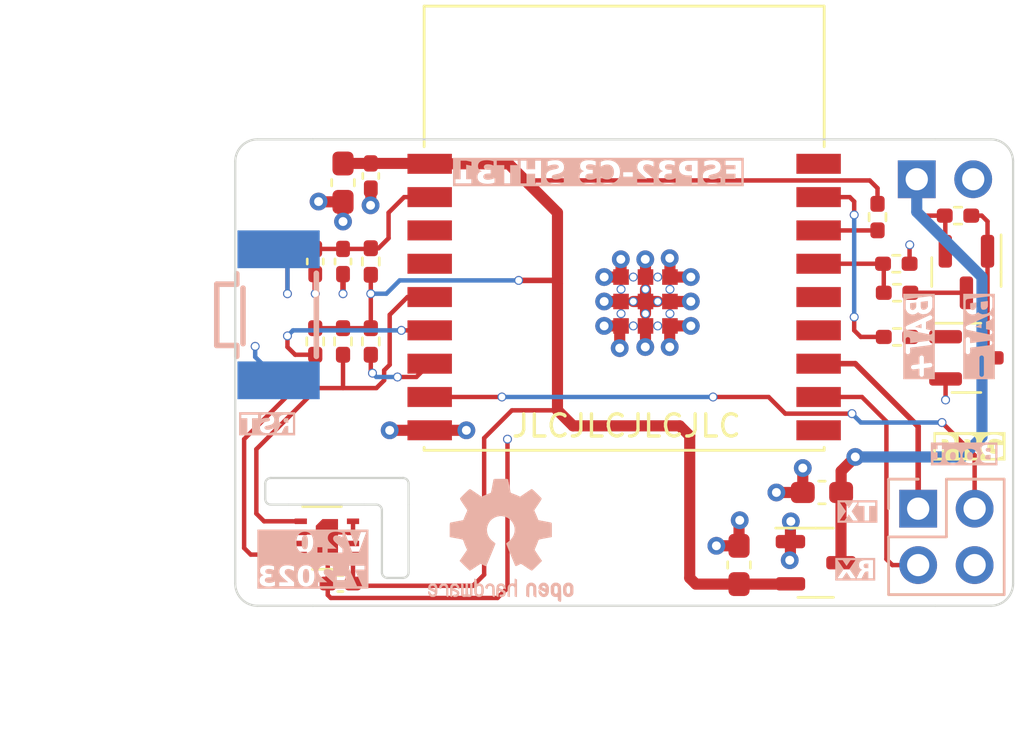
<source format=kicad_pcb>
(kicad_pcb (version 20221018) (generator pcbnew)
  (layers (0 "F.Cu" signal) (1 "In1.Cu" power) (2 "In2.Cu" power) (31 "B.Cu" signal) (34 "B.Paste" user) (35 "F.Paste" user) (36 "B.SilkS" user "B.Silkscreen") (37 "F.SilkS" user "F.Silkscreen") (38 "B.Mask" user) (39 "F.Mask" user) (44 "Edge.Cuts" user))
  (net 0 "")
  (net 1 "+BATT")
  (net 2 "GND")
  (net 3 "/IO2")
  (net 4 "/ESP32_EN")
  (net 5 "+3.3V")
  (net 6 "/IO8")
  (net 7 "/ESP32_TX")
  (net 8 "/ESP32_RX")
  (net 10 "/ADC")
  (net 13 "/BOOT")
  (net 14 "/I2C_SDA")
  (net 16 "/I2C_SCL")
  (net 21 "Net-(Q1-G)")
  (net 22 "Net-(Q1-D)")
  (net 23 "Net-(Q2-B)")
  (net 24 "/ADC_EN")
  (footprint "Resistor_SMD:R_0402_1005Metric_Pad0.72x0.64mm_HandSolder" (layer "F.Cu") (at 146.4 103.5 -90)
    (fp_text reference "R6" hide)
    (fp_text value "10k" hide)
    (pad "1" smd roundrect (at -0.5975 0 270) (size 0.715 0.64) (layers "F.Cu" "F.Paste" "F.Mask") (net 5 "+3.3V"))
    (pad "2" smd roundrect (at 0.5975 0 270) (size 0.715 0.64) (layers "F.Cu" "F.Paste" "F.Mask") (net 3 "/IO2"))
  )
  (footprint "Capacitor_SMD:C_0603_1608Metric_Pad1.08x0.95mm_HandSolder" (layer "F.Cu") (at 143.9 115.9 180)
    (fp_text reference "C8" hide)
    (fp_text value "10 uF" hide)
    (pad "1" smd roundrect (at -0.8625 0 180) (size 1.075 0.95) (layers "F.Cu" "F.Paste" "F.Mask") (net 1 "+BATT"))
    (pad "2" smd roundrect (at 0.8625 0 180) (size 1.075 0.95) (layers "F.Cu" "F.Paste" "F.Mask") (net 2 "GND"))
  )
  (footprint "Resistor_SMD:R_0402_1005Metric_Pad0.72x0.64mm_HandSolder" (layer "F.Cu") (at 147.279216 108.894794)
    (fp_text reference "R9" hide)
    (fp_text value "10k" hide)
    (pad "1" smd roundrect (at -0.5975 0) (size 0.715 0.64) (layers "F.Cu" "F.Paste" "F.Mask") (net 24 "/ADC_EN"))
    (pad "2" smd roundrect (at 0.5975 0) (size 0.715 0.64) (layers "F.Cu" "F.Paste" "F.Mask") (net 23 "Net-(Q2-B)"))
  )
  (footprint "Capacitor_SMD:C_0402_1005Metric_Pad0.74x0.62mm_HandSolder" (layer "F.Cu") (at 123.6 101.65 90)
    (fp_text reference "C3" hide)
    (fp_text value "0.1 uF" hide)
    (pad "1" smd roundrect (at -0.5675 0 90) (size 0.735 0.62) (layers "F.Cu" "F.Paste" "F.Mask") (net 2 "GND"))
    (pad "2" smd roundrect (at 0.5675 0 90) (size 0.735 0.62) (layers "F.Cu" "F.Paste" "F.Mask") (net 5 "+3.3V"))
  )
  (footprint "Capacitor_SMD:C_0402_1005Metric_Pad0.74x0.62mm_HandSolder" (layer "F.Cu") (at 122.23089 120.000053)
    (fp_text reference "C7" hide)
    (fp_text value "0.1 uF" hide)
    (pad "1" smd roundrect (at -0.5675 0) (size 0.735 0.62) (layers "F.Cu" "F.Paste" "F.Mask") (net 2 "GND"))
    (pad "2" smd roundrect (at 0.5675 0) (size 0.735 0.62) (layers "F.Cu" "F.Paste" "F.Mask") (net 5 "+3.3V"))
  )
  (footprint "Package_TO_SOT_SMD:SOT-23-3" (layer "F.Cu") (at 143.61875 119.0625)
    (fp_text reference "U3" hide)
    (fp_text value "MD5233" hide)
    (pad "1" smd roundrect (at -1.1375 -0.95) (size 1.325 0.6) (layers "F.Cu" "F.Paste" "F.Mask") (net 2 "GND"))
    (pad "2" smd roundrect (at -1.1375 0.95) (size 1.325 0.6) (layers "F.Cu" "F.Paste" "F.Mask") (net 5 "+3.3V"))
    (pad "3" smd roundrect (at 1.1375 0) (size 1.325 0.6) (layers "F.Cu" "F.Paste" "F.Mask") (net 1 "+BATT"))
  )
  (footprint "Resistor_SMD:R_0402_1005Metric_Pad0.72x0.64mm_HandSolder" (layer "F.Cu") (at 123.6 109.1 -90)
    (fp_text reference "R7" hide)
    (fp_text value "10k" hide)
    (pad "1" smd roundrect (at -0.5975 0 270) (size 0.715 0.64) (layers "F.Cu" "F.Paste" "F.Mask") (net 5 "+3.3V"))
    (pad "2" smd roundrect (at 0.5975 0 270) (size 0.715 0.64) (layers "F.Cu" "F.Paste" "F.Mask") (net 6 "/IO8"))
  )
  (footprint "Resistor_SMD:R_0402_1005Metric_Pad0.72x0.64mm_HandSolder" (layer "F.Cu") (at 122.35 109.1 -90)
    (fp_text reference "R4" hide)
    (fp_text value "2k2" hide)
    (pad "1" smd roundrect (at -0.5975 0 270) (size 0.715 0.64) (layers "F.Cu" "F.Paste" "F.Mask") (net 5 "+3.3V"))
    (pad "2" smd roundrect (at 0.5975 0 270) (size 0.715 0.64) (layers "F.Cu" "F.Paste" "F.Mask") (net 14 "/I2C_SDA"))
  )
  (footprint "Capacitor_SMD:C_0402_1005Metric_Pad0.74x0.62mm_HandSolder" (layer "F.Cu") (at 121.1 105.5 -90)
    (fp_text reference "C2" hide)
    (fp_text value "0.1 uF" hide)
    (pad "1" smd roundrect (at -0.5675 0 270) (size 0.735 0.62) (layers "F.Cu" "F.Paste" "F.Mask") (net 4 "/ESP32_EN"))
    (pad "2" smd roundrect (at 0.5675 0 270) (size 0.735 0.62) (layers "F.Cu" "F.Paste" "F.Mask") (net 2 "GND"))
  )
  (footprint "MountingHole:MountingHole_2.2mm_M2" (layer "F.Cu") (at 134.978886 117.543367)
    (fp_text reference "REF**" hide)
    (fp_text value "MountingHole_2.2mm_M2" hide)
    (pad "" np_thru_hole circle (at 0 0) (size 2.2 2.2) (drill 2.2) (layers "*.Cu" "*.Mask"))
  )
  (footprint "Sensor_Humidity:Sensirion_DFN-8-1EP_2.5x2.5mm_P0.5mm_EP1.1x1.7mm" (layer "F.Cu") (at 121.625 117.946446)
    (fp_text reference "U2" hide)
    (fp_text value "SHT31-DIS-B2.5kS" hide)
    (pad "1" smd rect (at -1.175 -0.75) (size 0.55 0.25) (layers "F.Cu" "F.Paste" "F.Mask") (net 14 "/I2C_SDA"))
    (pad "2" smd rect (at -1.175 -0.25) (size 0.55 0.25) (layers "F.Cu" "F.Paste" "F.Mask") (net 2 "GND"))
    (pad "3" smd rect (at -1.175 0.25) (size 0.55 0.25) (layers "F.Cu" "F.Paste" "F.Mask"))
    (pad "4" smd rect (at -1.175 0.75 180) (size 0.55 0.25) (layers "F.Cu" "F.Paste" "F.Mask") (net 16 "/I2C_SCL"))
    (pad "5" smd rect (at 1.175 0.75) (size 0.55 0.25) (layers "F.Cu" "F.Paste" "F.Mask") (net 5 "+3.3V"))
    (pad "6" smd rect (at 1.175 0.25) (size 0.55 0.25) (layers "F.Cu" "F.Paste" "F.Mask"))
    (pad "7" smd rect (at 1.175 -0.25) (size 0.55 0.25) (layers "F.Cu" "F.Paste" "F.Mask") (net 2 "GND"))
    (pad "8" smd rect (at 1.175 -0.75) (size 0.55 0.25) (layers "F.Cu" "F.Paste" "F.Mask") (net 2 "GND"))
    (pad "9" smd custom (at 0 0) (size 1 1) (layers "F.Cu" "F.Mask") (net 2 "GND") (options (clearance outline) (anchor circle)) (primitives (gr_poly (pts (xy 0.5 0.85) (xy -0.5 0.85) (xy -0.5 -0.55) (xy -0.2 -0.85) (xy 0.5 -0.85)) (width 0) (fill yes))))
  )
  (footprint "Resistor_SMD:R_0402_1005Metric_Pad0.72x0.64mm_HandSolder" (layer "F.Cu") (at 147.279216 106.906667 180)
    (fp_text reference "R2" hide)
    (fp_text value "220k" hide)
    (pad "1" smd roundrect (at -0.5975 0 180) (size 0.715 0.64) (layers "F.Cu" "F.Paste" "F.Mask") (net 22 "Net-(Q1-D)"))
    (pad "2" smd roundrect (at 0.5975 0 180) (size 0.715 0.64) (layers "F.Cu" "F.Paste" "F.Mask") (net 10 "/ADC"))
  )
  (footprint "Resistor_SMD:R_0402_1005Metric_Pad0.72x0.64mm_HandSolder" (layer "F.Cu") (at 147.245087 105.6 180)
    (fp_text reference "R3" hide)
    (fp_text value "220k" hide)
    (pad "1" smd roundrect (at -0.5975 0 180) (size 0.715 0.64) (layers "F.Cu" "F.Paste" "F.Mask") (net 2 "GND"))
    (pad "2" smd roundrect (at 0.5975 0 180) (size 0.715 0.64) (layers "F.Cu" "F.Paste" "F.Mask") (net 10 "/ADC"))
  )
  (footprint "Capacitor_SMD:C_0603_1608Metric_Pad1.08x0.95mm_HandSolder" (layer "F.Cu") (at 122.35 101.95 -90)
    (fp_text reference "C4" hide)
    (fp_text value "10 uF" hide)
    (pad "1" smd roundrect (at -0.8625 0 270) (size 1.075 0.95) (layers "F.Cu" "F.Paste" "F.Mask") (net 5 "+3.3V"))
    (pad "2" smd roundrect (at 0.8625 0 270) (size 1.075 0.95) (layers "F.Cu" "F.Paste" "F.Mask") (net 2 "GND"))
  )
  (footprint "Resistor_SMD:R_0402_1005Metric_Pad0.72x0.64mm_HandSolder" (layer "F.Cu") (at 123.6 105.5 90)
    (fp_text reference "R1" hide)
    (fp_text value "10k" hide)
    (pad "1" smd roundrect (at -0.5975 0 90) (size 0.715 0.64) (layers "F.Cu" "F.Paste" "F.Mask") (net 5 "+3.3V"))
    (pad "2" smd roundrect (at 0.5975 0 90) (size 0.715 0.64) (layers "F.Cu" "F.Paste" "F.Mask") (net 4 "/ESP32_EN"))
  )
  (footprint "Connector_PinHeader_2.54mm:PinHeader_2x02_P2.54mm_Vertical" (layer "F.Cu") (at 148.229798 116.629299)
    (fp_text reference "J2" hide)
    (fp_text value "Pogo Pins" hide)
    (pad "1" thru_hole rect (at 0 0) (size 1.7 1.7) (drill 1) (layers "*.Cu" "*.Mask") (net 7 "/ESP32_TX"))
    (pad "2" thru_hole oval (at 2.54 0) (size 1.7 1.7) (drill 1) (layers "*.Cu" "*.Mask") (net 13 "/BOOT"))
    (pad "3" thru_hole oval (at 0 2.54) (size 1.7 1.7) (drill 1) (layers "*.Cu" "*.Mask") (net 8 "/ESP32_RX"))
    (pad "4" thru_hole oval (at 2.54 2.54) (size 1.7 1.7) (drill 1) (layers "*.Cu" "*.Mask") (net 2 "GND"))
  )
  (footprint "Capacitor_SMD:C_0402_1005Metric_Pad0.74x0.62mm_HandSolder" (layer "F.Cu") (at 122.35 105.5 90)
    (fp_text reference "C5" hide)
    (fp_text value "10 uF" hide)
    (pad "1" smd roundrect (at -0.5675 0 90) (size 0.735 0.62) (layers "F.Cu" "F.Paste" "F.Mask") (net 2 "GND"))
    (pad "2" smd roundrect (at 0.5675 0 90) (size 0.735 0.62) (layers "F.Cu" "F.Paste" "F.Mask") (net 4 "/ESP32_EN"))
  )
  (footprint "Package_TO_SOT_SMD:SOT-23" (layer "F.Cu") (at 150.4 109.8375)
    (fp_text reference "Q2" hide)
    (fp_text value "S8050" hide)
    (pad "1" smd roundrect (at -0.9375 -0.95) (size 1.475 0.6) (layers "F.Cu" "F.Paste" "F.Mask") (net 23 "Net-(Q2-B)"))
    (pad "2" smd roundrect (at -0.9375 0.95) (size 1.475 0.6) (layers "F.Cu" "F.Paste" "F.Mask") (net 2 "GND"))
    (pad "3" smd roundrect (at 0.9375 0) (size 1.475 0.6) (layers "F.Cu" "F.Paste" "F.Mask") (net 21 "Net-(Q1-G)"))
  )
  (footprint "ESP32-C3 WROOM-02:MODULE_ESP32-C3-WROOM-02-H4" (layer "F.Cu") (at 135 104)
    (fp_text reference "U1" hide)
    (fp_text value "ESP32-C3-WROOM-02-N4" hide)
    (pad "1" smd rect (at -8.75 -2.9) (size 2 0.9) (layers "F.Cu" "F.Paste" "F.Mask") (net 5 "+3.3V"))
    (pad "2" smd rect (at -8.75 -1.4) (size 2 0.9) (layers "F.Cu" "F.Paste" "F.Mask") (net 4 "/ESP32_EN"))
    (pad "3" smd rect (at -8.75 0.1) (size 2 0.9) (layers "F.Cu" "F.Paste" "F.Mask"))
    (pad "4" smd rect (at -8.75 1.6) (size 2 0.9) (layers "F.Cu" "F.Paste" "F.Mask"))
    (pad "5" smd rect (at -8.75 3.1) (size 2 0.9) (layers "F.Cu" "F.Paste" "F.Mask") (net 14 "/I2C_SDA"))
    (pad "6" smd rect (at -8.75 4.6) (size 2 0.9) (layers "F.Cu" "F.Paste" "F.Mask") (net 16 "/I2C_SCL"))
    (pad "7" smd rect (at -8.75 6.1) (size 2 0.9) (layers "F.Cu" "F.Paste" "F.Mask") (net 6 "/IO8"))
    (pad "8" smd rect (at -8.75 7.6) (size 2 0.9) (layers "F.Cu" "F.Paste" "F.Mask") (net 13 "/BOOT"))
    (pad "9" smd rect (at -8.75 9.1) (size 2 0.9) (layers "F.Cu" "F.Paste" "F.Mask") (net 2 "GND"))
    (pad "10" smd rect (at 8.75 9.1) (size 2 0.9) (layers "F.Cu" "F.Paste" "F.Mask"))
    (pad "11" smd rect (at 8.75 7.6) (size 2 0.9) (layers "F.Cu" "F.Paste" "F.Mask") (net 8 "/ESP32_RX"))
    (pad "12" smd rect (at 8.75 6.1) (size 2 0.9) (layers "F.Cu" "F.Paste" "F.Mask") (net 7 "/ESP32_TX"))
    (pad "13" smd rect (at 8.75 4.6) (size 2 0.9) (layers "F.Cu" "F.Paste" "F.Mask"))
    (pad "14" smd rect (at 8.75 3.1) (size 2 0.9) (layers "F.Cu" "F.Paste" "F.Mask"))
    (pad "15" smd rect (at 8.75 1.6) (size 2 0.9) (layers "F.Cu" "F.Paste" "F.Mask") (net 10 "/ADC"))
    (pad "16" smd rect (at 8.75 0.1) (size 2 0.9) (layers "F.Cu" "F.Paste" "F.Mask") (net 3 "/IO2"))
    (pad "17" smd rect (at 8.75 -1.4) (size 2 0.9) (layers "F.Cu" "F.Paste" "F.Mask") (net 24 "/ADC_EN"))
    (pad "18" smd rect (at 8.75 -2.9) (size 2 0.9) (layers "F.Cu" "F.Paste" "F.Mask"))
    (pad "19" smd rect (at -0.14 2.2) (size 0.7 0.7) (layers "F.Cu" "F.Paste" "F.Mask") (net 2 "GND"))
    (pad "20" smd rect (at 0.96 2.2) (size 0.7 0.7) (layers "F.Cu" "F.Paste" "F.Mask") (net 2 "GND"))
    (pad "21" smd rect (at 2.06 2.2) (size 0.7 0.7) (layers "F.Cu" "F.Paste" "F.Mask") (net 2 "GND"))
    (pad "22" smd rect (at -0.14 3.3) (size 0.7 0.7) (layers "F.Cu" "F.Paste" "F.Mask") (net 2 "GND"))
    (pad "23" smd rect (at 0.96 3.3) (size 0.7 0.7) (layers "F.Cu" "F.Paste" "F.Mask") (net 2 "GND"))
    (pad "24" smd rect (at 2.06 3.3) (size 0.7 0.7) (layers "F.Cu" "F.Paste" "F.Mask") (net 2 "GND"))
    (pad "25" smd rect (at -0.14 4.4) (size 0.7 0.7) (layers "F.Cu" "F.Paste" "F.Mask") (net 2 "GND"))
    (pad "26" smd rect (at 0.96 4.4) (size 0.7 0.7) (layers "F.Cu" "F.Paste" "F.Mask") (net 2 "GND"))
    (pad "27" smd rect (at 2.06 4.4) (size 0.7 0.7) (layers "F.Cu" "F.Paste" "F.Mask") (net 2 "GND"))
    (pad "28" thru_hole circle (at 0.41 2.2) (size 0.4 0.4) (drill 0.3) (layers "*.Cu") (net 2 "GND"))
    (pad "29" thru_hole circle (at 1.51 2.2) (size 0.4 0.4) (drill 0.3) (layers "*.Cu") (net 2 "GND"))
    (pad "30" thru_hole circle (at -0.14 2.75) (size 0.4 0.4) (drill 0.3) (layers "*.Cu") (net 2 "GND"))
    (pad "31" thru_hole circle (at 0.96 2.75) (size 0.4 0.4) (drill 0.3) (layers "*.Cu") (net 2 "GND"))
    (pad "32" thru_hole circle (at 2.06 2.75) (size 0.4 0.4) (drill 0.3) (layers "*.Cu") (net 2 "GND"))
    (pad "33" thru_hole circle (at 0.41 3.3) (size 0.4 0.4) (drill 0.3) (layers "*.Cu") (net 2 "GND"))
    (pad "34" thru_hole circle (at 1.51 3.3) (size 0.4 0.4) (drill 0.3) (layers "*.Cu") (net 2 "GND"))
    (pad "35" thru_hole circle (at -0.14 3.85) (size 0.4 0.4) (drill 0.3) (layers "*.Cu") (net 2 "GND"))
    (pad "36" thru_hole circle (at 0.96 3.85) (size 0.4 0.4) (drill 0.3) (layers "*.Cu") (net 2 "GND"))
    (pad "37" thru_hole circle (at 2.06 3.85) (size 0.4 0.4) (drill 0.3) (layers "*.Cu") (net 2 "GND"))
    (pad "38" thru_hole circle (at 0.41 4.4) (size 0.4 0.4) (drill 0.3) (layers "*.Cu") (net 2 "GND"))
    (pad "39" thru_hole circle (at 1.51 4.4) (size 0.4 0.4) (drill 0.3) (layers "*.Cu") (net 2 "GND"))
  )
  (footprint "Resistor_SMD:R_0402_1005Metric_Pad0.72x0.64mm_HandSolder" (layer "F.Cu") (at 150.02156 103.434282)
    (fp_text reference "R8" hide)
    (fp_text value "10k" hide)
    (pad "1" smd roundrect (at -0.5975 0) (size 0.715 0.64) (layers "F.Cu" "F.Paste" "F.Mask") (net 1 "+BATT"))
    (pad "2" smd roundrect (at 0.5975 0) (size 0.715 0.64) (layers "F.Cu" "F.Paste" "F.Mask") (net 21 "Net-(Q1-G)"))
  )
  (footprint "Resistor_SMD:R_0402_1005Metric_Pad0.72x0.64mm_HandSolder" (layer "F.Cu") (at 121.1 109.1 -90)
    (fp_text reference "R5" hide)
    (fp_text value "2k2" hide)
    (pad "1" smd roundrect (at -0.5975 0 270) (size 0.715 0.64) (layers "F.Cu" "F.Paste" "F.Mask") (net 5 "+3.3V"))
    (pad "2" smd roundrect (at 0.5975 0 270) (size 0.715 0.64) (layers "F.Cu" "F.Paste" "F.Mask") (net 16 "/I2C_SCL"))
  )
  (footprint "Package_TO_SOT_SMD:SOT-23" (layer "F.Cu") (at 150.4 105.974327 -90)
    (fp_text reference "Q1" hide)
    (fp_text value "BSS84" hide)
    (pad "1" smd roundrect (at -0.9375 -0.95 270) (size 1.475 0.6) (layers "F.Cu" "F.Paste" "F.Mask") (net 21 "Net-(Q1-G)"))
    (pad "2" smd roundrect (at -0.9375 0.95 270) (size 1.475 0.6) (layers "F.Cu" "F.Paste" "F.Mask") (net 1 "+BATT"))
    (pad "3" smd roundrect (at 0.9375 0 270) (size 1.475 0.6) (layers "F.Cu" "F.Paste" "F.Mask") (net 22 "Net-(Q1-D)"))
  )
  (footprint "Capacitor_SMD:C_0603_1608Metric_Pad1.08x0.95mm_HandSolder" (layer "F.Cu") (at 140.16875 119.1625 90)
    (fp_text reference "C9" hide)
    (fp_text value "10 uF" hide)
    (pad "1" smd roundrect (at -0.8625 0 90) (size 1.075 0.95) (layers "F.Cu" "F.Paste" "F.Mask") (net 5 "+3.3V"))
    (pad "2" smd roundrect (at 0.8625 0 90) (size 1.075 0.95) (layers "F.Cu" "F.Paste" "F.Mask") (net 2 "GND"))
  )
  (footprint "Symbol:OSHW-Logo2_7.3x6mm_SilkScreen" (layer "B.Cu") (at 129.45 118.05 180)
    (fp_text reference "REF**" hide)
    (fp_text value "OSHW-Logo2_7.3x6mm_SilkScreen" hide)
  )
  (footprint "Connector_PinHeader_2.54mm:PinHeader_1x02_P2.54mm_Horizontal" (layer "B.Cu") (at 148.165411 101.795877 -90)
    (fp_text reference "BT1" hide)
    (fp_text value "Li-Ion- 550 mAh" hide)
    (pad "1" thru_hole rect (at 0 0 270) (size 1.7 1.7) (drill 1) (layers "*.Cu" "*.Mask") (net 1 "+BATT"))
    (pad "2" thru_hole oval (at 0 -2.54 270) (size 1.7 1.7) (drill 1) (layers "*.Cu" "*.Mask") (net 2 "GND"))
  )
  (footprint "SMD Switch:KEY-SMD_KSS-2G" (layer "B.Cu") (at 119.45 107.9 -90)
    (fp_text reference "SW1" hide)
    (fp_text value "RST" hide)
    (pad "1" smd rect (at -2.95 0) (size 3.7 1.7) (layers "B.Cu" "B.Paste" "B.Mask") (net 4 "/ESP32_EN"))
    (pad "2" smd rect (at 2.95 0) (size 3.7 1.7) (layers "B.Cu" "B.Paste" "B.Mask") (net 2 "GND"))
  )
  (gr_line (start 124.1 117.046446) (end 124.1 119.496446) (stroke (width 0.1)) (layer "Edge.Cuts"))
  (gr_line (start 119.1 115.246446) (end 124.9 115.246446) (stroke (width 0.1)) (layer "Edge.Cuts"))
  (gr_line (start 149 100) (end 151.5 100) (stroke (width 0.1)) (layer "Edge.Cuts"))
  (gr_arc (start 124.35 119.746446) (mid 124.173207 119.673225) (end 124.1 119.496446) (stroke (width 0.1)) (layer "Edge.Cuts"))
  (gr_line (start 119.9 116.446446) (end 119.1 116.446446) (stroke (width 0.1)) (layer "Edge.Cuts"))
  (gr_arc (start 118.5 121) (mid 117.792893 120.707107) (end 117.5 120) (stroke (width 0.1)) (layer "Edge.Cuts"))
  (gr_arc (start 125.05 115.246446) (mid 125.22676 115.319672) (end 125.3 115.496446) (stroke (width 0.1)) (layer "Edge.Cuts"))
  (gr_arc (start 119.1 116.446446) (mid 118.923207 116.373225) (end 118.85 116.196446) (stroke (width 0.1)) (layer "Edge.Cuts"))
  (gr_arc (start 123.85 116.446446) (mid 124.02676 116.519672) (end 124.1 116.696446) (stroke (width 0.1)) (layer "Edge.Cuts"))
  (gr_line (start 117.5 101) (end 117.5 120) (stroke (width 0.1)) (layer "Edge.Cuts"))
  (gr_arc (start 152.5 120) (mid 152.207107 120.707107) (end 151.5 121) (stroke (width 0.1)) (layer "Edge.Cuts"))
  (gr_arc (start 117.5 101) (mid 117.792893 100.292893) (end 118.5 100) (stroke (width 0.1)) (layer "Edge.Cuts"))
  (gr_line (start 118.5 121) (end 121 121) (stroke (width 0.1)) (layer "Edge.Cuts"))
  (gr_arc (start 118.85 115.496446) (mid 118.923207 115.31964) (end 119.1 115.246446) (stroke (width 0.1)) (layer "Edge.Cuts"))
  (gr_arc (start 151.5 100) (mid 152.207107 100.292893) (end 152.5 101) (stroke (width 0.1)) (layer "Edge.Cuts"))
  (gr_line (start 119.9 116.446446) (end 123.3 116.446446) (stroke (width 0.1)) (layer "Edge.Cuts"))
  (gr_line (start 124.35 119.746446) (end 125.05 119.746446) (stroke (width 0.1)) (layer "Edge.Cuts"))
  (gr_line (start 123.3 116.446446) (end 123.85 116.446446) (stroke (width 0.1)) (layer "Edge.Cuts"))
  (gr_arc (start 125.3 119.496446) (mid 125.22676 119.673193) (end 125.05 119.746446) (stroke (width 0.1)) (layer "Edge.Cuts"))
  (gr_line (start 149 121) (end 151.5 121) (stroke (width 0.1)) (layer "Edge.Cuts"))
  (gr_line (start 125.3 119.496446) (end 125.3 116.446446) (stroke (width 0.1)) (layer "Edge.Cuts"))
  (gr_line (start 118.85 116.196446) (end 118.85 115.496446) (stroke (width 0.1)) (layer "Edge.Cuts"))
  (gr_line (start 125.05 115.246446) (end 124.9 115.246446) (stroke (width 0.1)) (layer "Edge.Cuts"))
  (gr_line (start 149 121) (end 121 121) (stroke (width 0.1)) (layer "Edge.Cuts"))
  (gr_line (start 149 100) (end 121 100) (stroke (width 0.1)) (layer "Edge.Cuts"))
  (gr_line (start 152.5 120) (end 152.5 101) (stroke (width 0.1)) (layer "Edge.Cuts"))
  (gr_line (start 124.1 117.046446) (end 124.1 116.696446) (stroke (width 0.1)) (layer "Edge.Cuts"))
  (gr_line (start 125.3 116.446446) (end 125.3 115.496446) (stroke (width 0.1)) (layer "Edge.Cuts"))
  (gr_line (start 121 100) (end 118.5 100) (stroke (width 0.1)) (layer "Edge.Cuts"))
  (gr_text "V2.0\n7-2023" (at 123.4 120.269284) (layer "B.SilkS" knockout) (effects (font (size 0.9 0.9) (thickness 0.2) bold italic) (justify left bottom mirror)))
  (gr_text "Boot" (at 151.8 114.7) (layer "B.SilkS" knockout) (effects (font (size 0.8 0.8) (thickness 0.2) bold italic) (justify left bottom mirror)))
  (gr_text "RST" (at 120.2 113.35) (layer "B.SilkS" knockout) (effects (font (size 0.8 0.8) (thickness 0.2) bold italic) (justify left bottom mirror)))
  (gr_text "RX" (at 146.3 119.9) (layer "B.SilkS" knockout) (effects (font (size 0.8 0.8) (thickness 0.2) bold italic) (justify left bottom mirror)))
  (gr_text "TX" (at 146.3 117.3) (layer "B.SilkS" knockout) (effects (font (size 0.8 0.8) (thickness 0.2) bold italic) (justify left bottom mirror)))
  (gr_text "BAT-\n" (at 151.6 106.8 90) (layer "B.SilkS" knockout) (effects (font (size 1 1) (thickness 0.2) bold italic) (justify left bottom mirror)))
  (gr_text "ESP32-C3 SHT31" (at 140.4 102.15) (layer "B.SilkS" knockout) (effects (font (size 1 1) (thickness 0.2) bold italic) (justify left bottom mirror)))
  (gr_text "BAT+" (at 148.9 106.8 90) (layer "B.SilkS" knockout) (effects (font (size 1 1) (thickness 0.2) bold italic) (justify left bottom mirror)))
  (gr_text "PRG" (at 148.9 114.5) (layer "F.SilkS" knockout) (effects (font (size 1 1) (thickness 0.2) bold italic) (justify left bottom)))
  (gr_text "JLCJLCJLCJLC" (at 135.1 112.9) (layer "F.SilkS") (effects (font (size 1 1))))
  (segment (start 144.7625 114.9375) (end 145.4 114.3) (width 0.5) (layer "F.Cu") (net 1))
  (segment (start 144.7625 115.9) (end 144.7625 114.9375) (width 0.5) (layer "F.Cu") (net 1))
  (segment (start 148.165411 101.795877) (end 148.165411 103.115411) (width 0.2) (layer "F.Cu") (net 1))
  (segment (start 148.484282 103.434282) (end 149.42406 103.434282) (width 0.2) (layer "F.Cu") (net 1))
  (segment (start 149.45 105.036827) (end 149.45 103.460222) (width 0.2) (layer "F.Cu") (net 1))
  (segment (start 148.165411 103.115411) (end 148.484282 103.434282) (width 0.2) (layer "F.Cu") (net 1))
  (segment (start 144.75625 115.90625) (end 144.7625 115.9) (width 0.5) (layer "F.Cu") (net 1))
  (segment (start 144.75625 119.0625) (end 144.75625 115.90625) (width 0.5) (layer "F.Cu") (net 1))
  (via (at 145.4 114.3) (size 0.8) (drill 0.4) (layers "F.Cu" "B.Cu") (net 1))
  (segment (start 148.165411 101.795877) (end 148.165411 103.265411) (width 0.5) (layer "B.Cu") (net 1))
  (segment (start 148.165411 103.265411) (end 151.1 106.2) (width 0.5) (layer "B.Cu") (net 1))
  (segment (start 151.1 113.4) (end 150.2 114.3) (width 0.5) (layer "B.Cu") (net 1))
  (segment (start 151.1 106.2) (end 151.1 113.4) (width 0.5) (layer "B.Cu") (net 1))
  (segment (start 150.2 114.3) (end 145.4 114.3) (width 0.5) (layer "B.Cu") (net 1))
  (segment (start 121.375 117.696446) (end 121.625 117.946446) (width 0.2) (layer "F.Cu") (net 2))
  (segment (start 122.8 117.696446) (end 121.875 117.696446) (width 0.2) (layer "F.Cu") (net 2))
  (segment (start 138 107.3) (end 137.06 107.3) (width 0.5) (layer "F.Cu") (net 2))
  (segment (start 126.25 113.1) (end 127.9 113.1) (width 0.5) (layer "F.Cu") (net 2))
  (segment (start 138 106.2) (end 137.06 106.2) (width 0.5) (layer "F.Cu") (net 2))
  (segment (start 140.16875 117.18125) (end 140.2 117.15) (width 0.5) (layer "F.Cu") (net 2))
  (segment (start 126.25 113.1) (end 124.45 113.1) (width 0.5) (layer "F.Cu") (net 2))
  (segment (start 134.8 108.46) (end 134.86 108.4) (width 0.5) (layer "F.Cu") (net 2))
  (segment (start 149.4625 110.8625) (end 149.4625 111.732587) (width 0.2) (layer "F.Cu") (net 2))
  (segment (start 121.1 106.0675) (end 121.1 106.95) (width 0.25) (layer "F.Cu") (net 2))
  (segment (start 134.86 105.41) (end 134.85 105.4) (width 0.5) (layer "F.Cu") (net 2))
  (segment (start 149.4625 110.8375) (end 149.45 110.85) (width 0.2) (layer "F.Cu") (net 2))
  (segment (start 137.05 108.41) (end 137.06 108.4) (width 0.5) (layer "F.Cu") (net 2))
  (segment (start 122.35 102.8125) (end 122.35 103.5) (width 0.5) (layer "F.Cu") (net 2))
  (segment (start 135.96 107.3) (end 135.96 107.85) (width 0.5) (layer "F.Cu") (net 2))
  (segment (start 135.96 108.4) (end 135.96 109.34) (width 0.5) (layer "F.Cu") (net 2))
  (segment (start 121.875 117.696446) (end 121.625 117.946446) (width 0.2) (layer "F.Cu") (net 2))
  (segment (start 142.48125 118.91875) (end 142.45 118.95) (width 0.5) (layer "F.Cu") (net 2))
  (segment (start 134.1 107.3) (end 134.86 107.3) (width 0.5) (layer "F.Cu") (net 2))
  (segment (start 149.45 110.85) (end 149.4625 110.8625) (width 0.2) (layer "F.Cu") (net 2))
  (segment (start 135.96 107.3) (end 135.96 106.75) (width 0.5) (layer "F.Cu") (net 2))
  (segment (start 142.48125 117.21875) (end 142.5 117.2) (width 0.5) (layer "F.Cu") (net 2))
  (segment (start 121.66339 120.51339) (end 121.8 120.65) (width 0.2) (layer "F.Cu") (net 2))
  (segment (start 142.48125 118.1125) (end 142.48125 118.91875) (width 0.5) (layer "F.Cu") (net 2))
  (segment (start 122.35 103.5) (end 122.35 103.7) (width 0.5) (layer "F.Cu") (net 2))
  (segment (start 120.45 117.696446) (end 121.375 117.696446) (width 0.2) (layer "F.Cu") (net 2))
  (segment (start 135.96 105.41) (end 135.95 105.4) (width 0.5) (layer "F.Cu") (net 2))
  (segment (start 134.86 106.2) (end 134.86 105.41) (width 0.5) (layer "F.Cu") (net 2))
  (segment (start 135.96 107.3) (end 135.41 107.3) (width 0.5) (layer "F.Cu") (net 2))
  (segment (start 135.96 109.34) (end 135.95 109.35) (width 0.5) (layer "F.Cu") (net 2))
  (segment (start 123.6 102.2175) (end 123.6 102.85) (width 0.5) (layer "F.Cu") (net 2))
  (segment (start 135.96 106.2) (end 135.96 105.41) (width 0.5) (layer "F.Cu") (net 2))
  (segment (start 129.3 120.65) (end 129.75 120.2) (width 0.2) (layer "F.Cu") (net 2))
  (segment (start 134.86 108.4) (end 134.1 108.4) (width 0.5) (layer "F.Cu") (net 2))
  (segment (start 137.06 106.2) (end 137.06 105.36) (width 0.5) (layer "F.Cu") (net 2))
  (segment (start 147.842587 105.6) (end 147.842587 104.757413) (width 0.2) (layer "F.Cu") (net 2))
  (segment (start 138 108.4) (end 137.06 108.4) (width 0.5) (layer "F.Cu") (net 2))
  (segment (start 134.8 109.4) (end 134.8 108.46) (width 0.5) (layer "F.Cu") (net 2))
  (segment (start 121.66339 120.000053) (end 121.66339 120.51339) (width 0.2) (layer "F.Cu") (net 2))
  (segment (start 121.66339 120.000053) (end 121.66339 117.984836) (width 0.2) (layer "F.Cu") (net 2))
  (segment (start 142.48125 118.1125) (end 142.48125 117.21875) (width 0.5) (layer "F.Cu") (net 2))
  (segment (start 143.0375 115.9) (end 141.85 115.9) (width 0.5) (layer "F.Cu") (net 2))
  (segment (start 147.842587 104.757413) (end 147.85 104.75) (width 0.2) (layer "F.Cu") (net 2))
  (segment (start 149.4625 110.7875) (end 149.4625 110.8375) (width 0.2) (layer "F.Cu") (net 2))
  (segment (start 121.8 120.65) (end 129.3 120.65) (width 0.2) (layer "F.Cu") (net 2))
  (segment (start 140.16875 118.3) (end 139.15 118.3) (width 0.5) (layer "F.Cu") (net 2))
  (segment (start 129.75 120.2) (end 129.75 113.5) (width 0.2) (layer "F.Cu") (net 2))
  (segment (start 135.96 107.3) (end 136.51 107.3) (width 0.5) (layer "F.Cu") (net 2))
  (segment (start 123.6 102.85) (end 123.6 102.96) (width 0.5) (layer "F.Cu") (net 2))
  (segment (start 122.35 102.8125) (end 121.2625 102.8125) (width 0.5) (layer "F.Cu") (net 2))
  (segment (start 122.35 106.0675) (end 122.35 106.95) (width 0.25) (layer "F.Cu") (net 2))
  (segment (start 143.0375 114.8) (end 143.0375 115.9) (width 0.5) (layer "F.Cu") (net 2))
  (segment (start 137.05 109.35) (end 137.05 108.41) (width 0.5) (layer "F.Cu") (net 2))
  (segment (start 134.1 106.2) (end 134.86 106.2) (width 0.5) (layer "F.Cu") (net 2))
  (segment (start 140.16875 118.3) (end 140.16875 117.18125) (width 0.5) (layer "F.Cu") (net 2))
  (segment (start 122.8 117.196446) (end 122.8 117.696446) (width 0.2) (layer "F.Cu") (net 2))
  (segment (start 137.06 105.36) (end 137.05 105.35) (width 0.5) (layer "F.Cu") (net 2))
  (via (at 143.0375 114.8) (size 0.8) (drill 0.4) (layers "F.Cu" "B.Cu") (net 2))
  (via (at 122.35 103.7) (size 0.8) (drill 0.4) (layers "F.Cu" "B.Cu") (net 2))
  (via (at 138 107.3) (size 0.8) (drill 0.4) (layers "F.Cu" "B.Cu") (net 2))
  (via (at 123.59 102.97) (size 0.8) (drill 0.4) (layers "F.Cu" "B.Cu") (net 2))
  (via (at 147.85 104.75) (size 0.4) (drill 0.3) (layers "F.Cu" "B.Cu") (net 2))
  (via (at 127.9 113.1) (size 0.8) (drill 0.4) (layers "F.Cu" "B.Cu") (net 2))
  (via (at 129.75 113.5) (size 0.4) (drill 0.3) (layers "F.Cu" "B.Cu") (net 2))
  (via (at 149.4625 111.732587) (size 0.4) (drill 0.3) (layers "F.Cu" "B.Cu") (net 2))
  (via (at 138 106.2) (size 0.8) (drill 0.4) (layers "F.Cu" "B.Cu") (net 2))
  (via (at 138 108.4) (size 0.8) (drill 0.4) (layers "F.Cu" "B.Cu") (net 2))
  (via (at 134.8 109.4) (size 0.8) (drill 0.4) (layers "F.Cu" "B.Cu") (net 2))
  (via (at 121.1 106.95) (size 0.4) (drill 0.3) (layers "F.Cu" "B.Cu") (net 2))
  (via (at 121.25 102.8) (size 0.8) (drill 0.4) (layers "F.Cu" "B.Cu") (net 2))
  (via (at 140.2 117.15) (size 0.8) (drill 0.4) (layers "F.Cu" "B.Cu") (net 2))
  (via (at 139.15 118.3) (size 0.8) (drill 0.4) (layers "F.Cu" "B.Cu") (net 2))
  (via (at 141.85 115.9) (size 0.8) (drill 0.4) (layers "F.Cu" "B.Cu") (net 2))
  (via (at 134.1 106.2) (size 0.8) (drill 0.4) (layers "F.Cu" "B.Cu") (net 2))
  (via (at 134.85 105.4) (size 0.8) (drill 0.4) (layers "F.Cu" "B.Cu") (net 2))
  (via (at 137.05 105.35) (size 0.8) (drill 0.4) (layers "F.Cu" "B.Cu") (net 2))
  (via (at 118.397101 109.320292) (size 0.4) (drill 0.3) (layers "F.Cu" "B.Cu") (net 2))
  (via (at 134.1 107.3) (size 0.8) (drill 0.4) (layers "F.Cu" "B.Cu") (net 2))
  (via (at 142.5 117.2) (size 0.8) (drill 0.4) (layers "F.Cu" "B.Cu") (net 2))
  (via (at 134.1 108.4) (size 0.8) (drill 0.4) (layers "F.Cu" "B.Cu") (net 2))
  (via (at 135.95 109.35) (size 0.8) (drill 0.4) (layers "F.Cu" "B.Cu") (net 2))
  (via (at 135.95 105.4) (size 0.8) (drill 0.4) (layers "F.Cu" "B.Cu") (net 2))
  (via (at 124.45 113.1) (size 0.8) (drill 0.4) (layers "F.Cu" "B.Cu") (net 2))
  (via (at 122.35 106.95) (size 0.4) (drill 0.3) (layers "F.Cu" "B.Cu") (net 2))
  (via (at 137.05 109.35) (size 0.8) (drill 0.4) (layers "F.Cu" "B.Cu") (net 2))
  (via (at 142.45 118.95) (size 0.8) (drill 0.4) (layers "F.Cu" "B.Cu") (net 2))
  (segment (start 118.397101 109.797101) (end 118.397101 109.320292) (width 0.2) (layer "B.Cu") (net 2))
  (segment (start 119.45 110.85) (end 118.397101 109.797101) (width 0.2) (layer "B.Cu") (net 2))
  (segment (start 146.3975 104.1) (end 143.75 104.1) (width 0.2) (layer "F.Cu") (net 3))
  (segment (start 146.4 104.0975) (end 146.3975 104.1) (width 0.2) (layer "F.Cu") (net 3))
  (segment (start 125.1 102.6) (end 126.25 102.6) (width 0.2) (layer "F.Cu") (net 4))
  (segment (start 123.9475 104.9025) (end 124.4 104.45) (width 0.2) (layer "F.Cu") (net 4))
  (segment (start 121.1 104.9325) (end 123.57 104.9325) (width 0.2) (layer "F.Cu") (net 4))
  (segment (start 119.85 105.25) (end 119.85 106.95) (width 0.2) (layer "F.Cu") (net 4))
  (segment (start 124.4 104.45) (end 124.4 103.3) (width 0.2) (layer "F.Cu") (net 4))
  (segment (start 120.1675 104.9325) (end 119.85 105.25) (width 0.2) (layer "F.Cu") (net 4))
  (segment (start 123.57 104.9325) (end 123.6 104.9025) (width 0.2) (layer "F.Cu") (net 4))
  (segment (start 123.6 104.9025) (end 123.9475 104.9025) (width 0.2) (layer "F.Cu") (net 4))
  (segment (start 124.4 103.3) (end 125.1 102.6) (width 0.2) (layer "F.Cu") (net 4))
  (segment (start 121.1 104.9325) (end 120.1675 104.9325) (width 0.2) (layer "F.Cu") (net 4))
  (via (at 119.85 106.95) (size 0.4) (drill 0.3) (layers "F.Cu" "B.Cu") (net 4))
  (segment (start 119.849983 106.949983) (end 119.849983 105.349983) (width 0.2) (layer "B.Cu") (net 4))
  (segment (start 119.849983 105.349983) (end 119.45 104.95) (width 0.2) (layer "B.Cu") (net 4))
  (segment (start 119.85 106.95) (end 119.849983 106.949983) (width 0.2) (layer "B.Cu") (net 4))
  (segment (start 146.4 102.2) (end 146.05 101.85) (width 0.2) (layer "F.Cu") (net 5))
  (segment (start 122.898337 120.1) (end 122.79839 120.000053) (width 0.2) (layer "F.Cu") (net 5))
  (segment (start 130.252383 106.35) (end 131.85 106.35) (width 0.25) (layer "F.Cu") (net 5))
  (segment (start 137.95 119.75) (end 137.95 113.35) (width 0.5) (layer "F.Cu") (net 5))
  (segment (start 121.1 108.5025) (end 123.6 108.5025) (width 0.2) (layer "F.Cu") (net 5))
  (segment (start 142.46875 120.025) (end 142.48125 120.0125) (width 0.5) (layer "F.Cu") (net 5))
  (segment (start 131.85 106.35) (end 132 106.5) (width 0.25) (layer "F.Cu") (net 5))
  (segment (start 128.2 120.1) (end 122.898337 120.1) (width 0.2) (layer "F.Cu") (net 5))
  (segment (start 123.6 106.95) (end 123.6 108.5025) (width 0.2) (layer "F.Cu") (net 5))
  (segment (start 140.16875 120.025) (end 142.46875 120.025) (width 0.5) (layer "F.Cu") (net 5))
  (segment (start 137.95 113.35) (end 137.5 112.9) (width 0.5) (layer "F.Cu") (net 5))
  (segment (start 123.6 101.0825) (end 122.355 101.0825) (width 0.5) (layer "F.Cu") (net 5))
  (segment (start 123.6 106.95) (end 123.6 106.0975) (width 0.2) (layer "F.Cu") (net 5))
  (segment (start 126.25 101.1) (end 129.8 101.1) (width 0.5) (layer "F.Cu") (net 5))
  (segment (start 128.7 119.6) (end 128.7 113.45) (width 0.2) (layer "F.Cu") (net 5))
  (segment (start 130.7 102) (end 129.8 101.1) (width 0.5) (layer "F.Cu") (net 5))
  (segment (start 132 106.5) (end 132 103.3) (width 0.5) (layer "F.Cu") (net 5))
  (segment (start 132 103.3) (end 130.7 102) (width 0.5) (layer "F.Cu") (net 5))
  (segment (start 132 112.2) (end 132 106.5) (width 0.5) (layer "F.Cu") (net 5))
  (segment (start 123.6 101.0825) (end 126.2325 101.0825) (width 0.5) (layer "F.Cu") (net 5))
  (segment (start 128.7 113.45) (end 129.95 112.2) (width 0.2) (layer "F.Cu") (net 5))
  (segment (start 146.05 101.85) (end 130.85 101.85) (width 0.2) (layer "F.Cu") (net 5))
  (segment (start 129.95 112.2) (end 132 112.2) (width 0.2) (layer "F.Cu") (net 5))
  (segment (start 132.7 112.9) (end 132 112.2) (width 0.5) (layer "F.Cu") (net 5))
  (segment (start 140.16875 120.025) (end 138.225 120.025) (width 0.5) (layer "F.Cu") (net 5))
  (segment (start 128.2 120.1) (end 128.7 119.6) (width 0.2) (layer "F.Cu") (net 5))
  (segment (start 122.79839 120.000053) (end 122.79839 118.698056) (width 0.2) (layer "F.Cu") (net 5))
  (segment (start 146.4 102.9025) (end 146.4 102.2) (width 0.2) (layer "F.Cu") (net 5))
  (segment (start 130.85 101.85) (end 130.7 102) (width 0.2) (layer "F.Cu") (net 5))
  (segment (start 122.355 101.0825) (end 122.35 101.0875) (width 0.5) (layer "F.Cu") (net 5))
  (segment (start 137.5 112.9) (end 132.7 112.9) (width 0.5) (layer "F.Cu") (net 5))
  (segment (start 138.225 120.025) (end 137.95 119.75) (width 0.5) (layer "F.Cu") (net 5))
  (via (at 123.6 106.95) (size 0.4) (drill 0.3) (layers "F.Cu" "B.Cu") (net 5))
  (via (at 130.252383 106.35) (size 0.4) (drill 0.3) (layers "F.Cu" "B.Cu") (net 5))
  (segment (start 124.3 106.95) (end 124.9 106.35) (width 0.2) (layer "B.Cu") (net 5))
  (segment (start 124.9 106.35) (end 130.252383 106.35) (width 0.2) (layer "B.Cu") (net 5))
  (segment (start 123.6 106.95) (end 124.3 106.95) (width 0.2) (layer "B.Cu") (net 5))
  (segment (start 123.6 110.45) (end 123.675 110.525) (width 0.2) (layer "F.Cu") (net 6))
  (segment (start 125.65 110.7) (end 124.8 110.7) (width 0.2) (layer "F.Cu") (net 6))
  (segment (start 125.65 110.7) (end 126.25 110.1) (width 0.2) (layer "F.Cu") (net 6))
  (segment (start 123.6 109.6975) (end 123.6 110.45) (width 0.2) (layer "F.Cu") (net 6))
  (via (at 124.8 110.7) (size 0.4) (drill 0.3) (layers "F.Cu" "B.Cu") (net 6))
  (via (at 123.675 110.525) (size 0.4) (drill 0.3) (layers "F.Cu" "B.Cu") (net 6))
  (segment (start 123.85 110.7) (end 123.675 110.525) (width 0.2) (layer "B.Cu") (net 6))
  (segment (start 123.85 110.7) (end 124.8 110.7) (width 0.2) (layer "B.Cu") (net 6))
  (segment (start 148.229798 112.929798) (end 148.229798 116.629299) (width 0.25) (layer "F.Cu") (net 7))
  (segment (start 145.4 110.1) (end 148.229798 112.929798) (width 0.25) (layer "F.Cu") (net 7))
  (segment (start 143.75 110.1) (end 145.4 110.1) (width 0.25) (layer "F.Cu") (net 7))
  (segment (start 145.7 111.6) (end 143.75 111.6) (width 0.2) (layer "F.Cu") (net 8))
  (segment (start 147.069299 119.169299) (end 146.8 118.9) (width 0.2) (layer "F.Cu") (net 8))
  (segment (start 146.8 118.9) (end 146.8 112.7) (width 0.2) (layer "F.Cu") (net 8))
  (segment (start 147.069299 119.169299) (end 148.229798 119.169299) (width 0.2) (layer "F.Cu") (net 8))
  (segment (start 146.8 112.7) (end 145.7 111.6) (width 0.2) (layer "F.Cu") (net 8))
  (segment (start 146.681716 106.906667) (end 146.681716 105.634129) (width 0.2) (layer "F.Cu") (net 10))
  (segment (start 143.75 105.6) (end 146.647587 105.6) (width 0.2) (layer "F.Cu") (net 10))
  (segment (start 126.25 111.6) (end 129.5 111.6) (width 0.2) (layer "F.Cu") (net 13))
  (segment (start 142.25 112.35) (end 141.5 111.6) (width 0.2) (layer "F.Cu") (net 13))
  (segment (start 150.769798 116.629299) (end 150.769798 114.219798) (width 0.2) (layer "F.Cu") (net 13))
  (segment (start 142.25 112.35) (end 145.25 112.35) (width 0.2) (layer "F.Cu") (net 13))
  (segment (start 150.769798 114.219798) (end 149.3 112.75) (width 0.2) (layer "F.Cu") (net 13))
  (segment (start 141.5 111.6) (end 139 111.6) (width 0.2) (layer "F.Cu") (net 13))
  (via (at 129.5 111.6) (size 0.4) (drill 0.3) (layers "F.Cu" "B.Cu") (net 13))
  (via (at 149.3 112.75) (size 0.4) (drill 0.3) (layers "F.Cu" "B.Cu") (net 13))
  (via (at 139 111.6) (size 0.4) (drill 0.3) (layers "F.Cu" "B.Cu") (net 13))
  (via (at 145.25 112.35) (size 0.4) (drill 0.3) (layers "F.Cu" "B.Cu") (net 13))
  (segment (start 145.65 112.75) (end 145.25 112.35) (width 0.2) (layer "B.Cu") (net 13))
  (segment (start 129.5 111.6) (end 139 111.6) (width 0.2) (layer "B.Cu") (net 13))
  (segment (start 145.65 112.75) (end 149.3 112.75) (width 0.2) (layer "B.Cu") (net 13))
  (segment (start 120.45 117.196446) (end 118.796446 117.196446) (width 0.2) (layer "F.Cu") (net 14))
  (segment (start 126.25 107.1) (end 125.25 107.1) (width 0.2) (layer "F.Cu") (net 14))
  (segment (start 124.2 110.4) (end 124.2 110.85) (width 0.2) (layer "F.Cu") (net 14))
  (segment (start 124.45 110.15) (end 124.2 110.4) (width 0.2) (layer "F.Cu") (net 14))
  (segment (start 125.25 107.1) (end 124.45 107.9) (width 0.2) (layer "F.Cu") (net 14))
  (segment (start 124.2 110.85) (end 123.85 111.2) (width 0.2) (layer "F.Cu") (net 14))
  (segment (start 118.45 116.85) (end 118.45 113.95) (width 0.2) (layer "F.Cu") (net 14))
  (segment (start 124.45 107.9) (end 124.45 110.15) (width 0.2) (layer "F.Cu") (net 14))
  (segment (start 118.45 113.95) (end 121.2 111.2) (width 0.2) (layer "F.Cu") (net 14))
  (segment (start 123.85 111.2) (end 122.35 111.2) (width 0.2) (layer "F.Cu") (net 14))
  (segment (start 121.2 111.2) (end 122.35 111.2) (width 0.2) (layer "F.Cu") (net 14))
  (segment (start 118.796446 117.196446) (end 118.45 116.85) (width 0.2) (layer "F.Cu") (net 14))
  (segment (start 122.35 109.6975) (end 122.35 111.2) (width 0.2) (layer "F.Cu") (net 14))
  (segment (start 117.9 118.4) (end 118.196446 118.696446) (width 0.2) (layer "F.Cu") (net 16))
  (segment (start 118.196446 118.696446) (end 120.45 118.696446) (width 0.2) (layer "F.Cu") (net 16))
  (segment (start 121.1 109.6975) (end 120.1975 109.6975) (width 0.2) (layer "F.Cu") (net 16))
  (segment (start 121.1 109.6975) (end 121.1 110.3) (width 0.2) (layer "F.Cu") (net 16))
  (segment (start 120.1975 109.6975) (end 119.85 109.35) (width 0.2) (layer "F.Cu") (net 16))
  (segment (start 119.85 109.35) (end 119.85 108.85) (width 0.2) (layer "F.Cu") (net 16))
  (segment (start 117.9 113.5) (end 117.9 118.4) (width 0.2) (layer "F.Cu") (net 16))
  (segment (start 121.1 110.3) (end 117.9 113.5) (width 0.2) (layer "F.Cu") (net 16))
  (segment (start 126.25 108.6) (end 124.9745 108.6) (width 0.2) (layer "F.Cu") (net 16))
  (via (at 124.9745 108.6) (size 0.4) (drill 0.3) (layers "F.Cu" "B.Cu") (net 16))
  (via (at 119.85 108.85) (size 0.4) (drill 0.3) (layers "F.Cu" "B.Cu") (net 16))
  (segment (start 120.1 108.6) (end 124.9745 108.6) (width 0.2) (layer "B.Cu") (net 16))
  (segment (start 120.1 108.6) (end 119.85 108.85) (width 0.2) (layer "B.Cu") (net 16))
  (segment (start 151.35 105.036827) (end 151.35 103.695087) (width 0.2) (layer "F.Cu") (net 21))
  (segment (start 150.61906 103.434282) (end 151.089195 103.434282) (width 0.2) (layer "F.Cu") (net 21))
  (segment (start 151.35 109.825) (end 151.35 105.036827) (width 0.2) (layer "F.Cu") (net 21))
  (segment (start 151.089195 103.434282) (end 151.35 103.695087) (width 0.2) (layer "F.Cu") (net 21))
  (segment (start 150.39484 106.906667) (end 150.4 106.911827) (width 0.2) (layer "F.Cu") (net 22))
  (segment (start 147.876716 106.906667) (end 150.39484 106.906667) (width 0.2) (layer "F.Cu") (net 22))
  (segment (start 147.876716 108.894794) (end 149.455206 108.894794) (width 0.2) (layer "F.Cu") (net 23))
  (segment (start 149.455206 108.894794) (end 149.4625 108.8875) (width 0.2) (layer "F.Cu") (net 23))
  (segment (start 145.35 108.6) (end 145.35 108) (width 0.2) (layer "F.Cu") (net 24))
  (segment (start 145.644794 108.894794) (end 145.35 108.6) (width 0.2) (layer "F.Cu") (net 24))
  (segment (start 145.15 102.6) (end 145.35 102.8) (width 0.2) (layer "F.Cu") (net 24))
  (segment (start 145.35 102.8) (end 145.35 103.4) (width 0.2) (layer "F.Cu") (net 24))
  (segment (start 143.75 102.6) (end 145.15 102.6) (width 0.2) (layer "F.Cu") (net 24))
  (segment (start 146.681716 108.894794) (end 145.644794 108.894794) (width 0.2) (layer "F.Cu") (net 24))
  (via (at 145.35 108) (size 0.4) (drill 0.3) (layers "F.Cu" "B.Cu") (net 24))
  (via (at 145.35 103.4) (size 0.4) (drill 0.3) (layers "F.Cu" "B.Cu") (net 24))
  (segment (start 145.35 103.4) (end 145.35 108) (width 0.2) (layer "B.Cu") (net 24))
)
</source>
